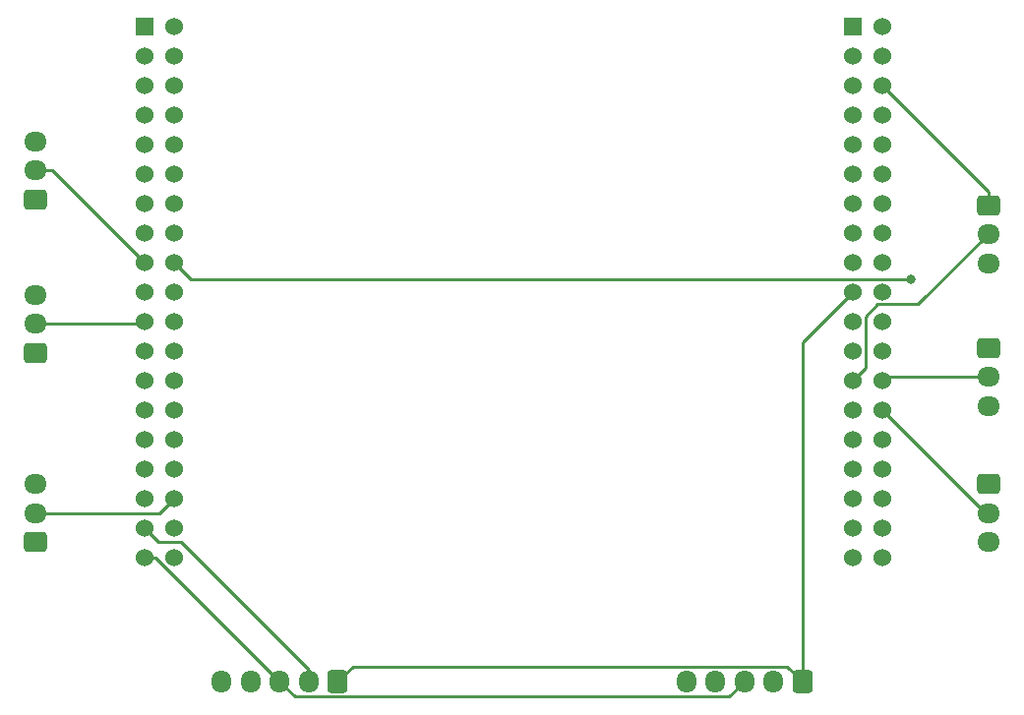
<source format=gbr>
%TF.GenerationSoftware,KiCad,Pcbnew,8.0.0*%
%TF.CreationDate,2024-03-29T20:31:36+01:00*%
%TF.ProjectId,nucleo_expansion,6e75636c-656f-45f6-9578-70616e73696f,Cyril*%
%TF.SameCoordinates,Original*%
%TF.FileFunction,Copper,L1,Top*%
%TF.FilePolarity,Positive*%
%FSLAX46Y46*%
G04 Gerber Fmt 4.6, Leading zero omitted, Abs format (unit mm)*
G04 Created by KiCad (PCBNEW 8.0.0) date 2024-03-29 20:31:36*
%MOMM*%
%LPD*%
G01*
G04 APERTURE LIST*
G04 Aperture macros list*
%AMRoundRect*
0 Rectangle with rounded corners*
0 $1 Rounding radius*
0 $2 $3 $4 $5 $6 $7 $8 $9 X,Y pos of 4 corners*
0 Add a 4 corners polygon primitive as box body*
4,1,4,$2,$3,$4,$5,$6,$7,$8,$9,$2,$3,0*
0 Add four circle primitives for the rounded corners*
1,1,$1+$1,$2,$3*
1,1,$1+$1,$4,$5*
1,1,$1+$1,$6,$7*
1,1,$1+$1,$8,$9*
0 Add four rect primitives between the rounded corners*
20,1,$1+$1,$2,$3,$4,$5,0*
20,1,$1+$1,$4,$5,$6,$7,0*
20,1,$1+$1,$6,$7,$8,$9,0*
20,1,$1+$1,$8,$9,$2,$3,0*%
G04 Aperture macros list end*
%TA.AperFunction,ComponentPad*%
%ADD10RoundRect,0.250000X0.600000X0.725000X-0.600000X0.725000X-0.600000X-0.725000X0.600000X-0.725000X0*%
%TD*%
%TA.AperFunction,ComponentPad*%
%ADD11O,1.700000X1.950000*%
%TD*%
%TA.AperFunction,ComponentPad*%
%ADD12RoundRect,0.250000X0.725000X-0.600000X0.725000X0.600000X-0.725000X0.600000X-0.725000X-0.600000X0*%
%TD*%
%TA.AperFunction,ComponentPad*%
%ADD13O,1.950000X1.700000*%
%TD*%
%TA.AperFunction,ComponentPad*%
%ADD14RoundRect,0.250000X-0.725000X0.600000X-0.725000X-0.600000X0.725000X-0.600000X0.725000X0.600000X0*%
%TD*%
%TA.AperFunction,ComponentPad*%
%ADD15R,1.530000X1.530000*%
%TD*%
%TA.AperFunction,ComponentPad*%
%ADD16C,1.530000*%
%TD*%
%TA.AperFunction,ViaPad*%
%ADD17C,0.800000*%
%TD*%
%TA.AperFunction,Conductor*%
%ADD18C,0.250000*%
%TD*%
G04 APERTURE END LIST*
D10*
%TO.P,J1,1,Pin_1*%
%TO.N,SPI2_SCK*%
X156000000Y-133000000D03*
D11*
%TO.P,J1,2,Pin_2*%
%TO.N,SPI2_MISO*%
X153500000Y-133000000D03*
%TO.P,J1,3,Pin_3*%
%TO.N,SPI2_MOSI*%
X151000000Y-133000000D03*
%TO.P,J1,4,Pin_4*%
%TO.N,SPI2_CS1*%
X148500000Y-133000000D03*
%TO.P,J1,5,Pin_5*%
%TO.N,GND*%
X146000000Y-133000000D03*
%TD*%
D12*
%TO.P,J5,1,Pin_1*%
%TO.N,+5V*%
X90000000Y-104700000D03*
D13*
%TO.P,J5,2,Pin_2*%
%TO.N,PWM4{slash}2*%
X90000000Y-102200000D03*
%TO.P,J5,3,Pin_3*%
%TO.N,GND*%
X90000000Y-99700000D03*
%TD*%
D10*
%TO.P,J2,1,Pin_1*%
%TO.N,SPI2_SCK*%
X116000000Y-133000000D03*
D11*
%TO.P,J2,2,Pin_2*%
%TO.N,SPI2_MISO*%
X113500000Y-133000000D03*
%TO.P,J2,3,Pin_3*%
%TO.N,SPI2_MOSI*%
X111000000Y-133000000D03*
%TO.P,J2,4,Pin_4*%
%TO.N,SPI2_CS2*%
X108500000Y-133000000D03*
%TO.P,J2,5,Pin_5*%
%TO.N,GND*%
X106000000Y-133000000D03*
%TD*%
D14*
%TO.P,J8,1,Pin_1*%
%TO.N,+5V*%
X172000000Y-116000000D03*
D13*
%TO.P,J8,2,Pin_2*%
%TO.N,PWM8{slash}2N*%
X172000000Y-118500000D03*
%TO.P,J8,3,Pin_3*%
%TO.N,GND*%
X172000000Y-121000000D03*
%TD*%
D14*
%TO.P,J7,1,Pin_1*%
%TO.N,+5V*%
X172000000Y-104300000D03*
D13*
%TO.P,J7,2,Pin_2*%
%TO.N,PWM1{slash}3N*%
X172000000Y-106800000D03*
%TO.P,J7,3,Pin_3*%
%TO.N,GND*%
X172000000Y-109300000D03*
%TD*%
D12*
%TO.P,J6,1,Pin_1*%
%TO.N,+5V*%
X90000000Y-121000000D03*
D13*
%TO.P,J6,2,Pin_2*%
%TO.N,PWM1{slash}2N*%
X90000000Y-118500000D03*
%TO.P,J6,3,Pin_3*%
%TO.N,GND*%
X90000000Y-116000000D03*
%TD*%
D15*
%TO.P,U1,CN7_1,PC10*%
%TO.N,unconnected-(U1A-PC10-PadCN7_1)*%
X99350000Y-76590000D03*
D16*
%TO.P,U1,CN7_2,PC11*%
%TO.N,unconnected-(U1A-PC11-PadCN7_2)*%
X101890000Y-76590000D03*
%TO.P,U1,CN7_3,PC12*%
%TO.N,unconnected-(U1A-PC12-PadCN7_3)*%
X99350000Y-79130000D03*
%TO.P,U1,CN7_4,PD2*%
%TO.N,unconnected-(U1A-PD2-PadCN7_4)*%
X101890000Y-79130000D03*
%TO.P,U1,CN7_5,VDD*%
%TO.N,unconnected-(U1A-VDD-PadCN7_5)*%
X99350000Y-81670000D03*
%TO.P,U1,CN7_6,E5V*%
%TO.N,unconnected-(U1A-E5V-PadCN7_6)*%
X101890000Y-81670000D03*
%TO.P,U1,CN7_7,BOOT0*%
%TO.N,unconnected-(U1A-BOOT0-PadCN7_7)*%
X99350000Y-84210000D03*
%TO.P,U1,CN7_8,CN7_GND*%
%TO.N,GND*%
X101890000Y-84210000D03*
%TO.P,U1,CN7_9*%
%TO.N,N/C*%
X99350000Y-86750000D03*
%TO.P,U1,CN7_10*%
X101890000Y-86750000D03*
%TO.P,U1,CN7_11*%
X99350000Y-89290000D03*
%TO.P,U1,CN7_12,CN7_IOREF*%
%TO.N,unconnected-(U1A-CN7_IOREF-PadCN7_12)*%
X101890000Y-89290000D03*
%TO.P,U1,CN7_13,PA13*%
%TO.N,unconnected-(U1A-PA13-PadCN7_13)*%
X99350000Y-91830000D03*
%TO.P,U1,CN7_14,CN7_RESET*%
%TO.N,unconnected-(U1A-CN7_RESET-PadCN7_14)*%
X101890000Y-91830000D03*
%TO.P,U1,CN7_15,PA14*%
%TO.N,unconnected-(U1A-PA14-PadCN7_15)*%
X99350000Y-94370000D03*
%TO.P,U1,CN7_16,CN7_+3V3*%
%TO.N,unconnected-(U1A-CN7_+3V3-PadCN7_16)*%
X101890000Y-94370000D03*
%TO.P,U1,CN7_17,PA15*%
%TO.N,PWM2{slash}1*%
X99350000Y-96910000D03*
%TO.P,U1,CN7_18,CN7_+5V*%
%TO.N,+5V*%
X101890000Y-96910000D03*
%TO.P,U1,CN7_19,CN7_GND*%
%TO.N,GND*%
X99350000Y-99450000D03*
%TO.P,U1,CN7_20,CN7_GND*%
X101890000Y-99450000D03*
%TO.P,U1,CN7_21,PB7*%
%TO.N,PWM4{slash}2*%
X99350000Y-101990000D03*
%TO.P,U1,CN7_22,CN7_GND*%
%TO.N,GND*%
X101890000Y-101990000D03*
%TO.P,U1,CN7_23,PC13*%
%TO.N,unconnected-(U1A-PC13-PadCN7_23)*%
X99350000Y-104530000D03*
%TO.P,U1,CN7_24,CN7_VIN*%
%TO.N,unconnected-(U1A-CN7_VIN-PadCN7_24)*%
X101890000Y-104530000D03*
%TO.P,U1,CN7_25,PC14*%
%TO.N,unconnected-(U1A-PC14-PadCN7_25)*%
X99350000Y-107070000D03*
%TO.P,U1,CN7_26*%
%TO.N,N/C*%
X101890000Y-107070000D03*
%TO.P,U1,CN7_27,PC15*%
%TO.N,unconnected-(U1A-PC15-PadCN7_27)*%
X99350000Y-109610000D03*
%TO.P,U1,CN7_28,PA0*%
%TO.N,unconnected-(U1A-PA0-PadCN7_28)*%
X101890000Y-109610000D03*
%TO.P,U1,CN7_29,PH0*%
%TO.N,unconnected-(U1A-PH0-PadCN7_29)*%
X99350000Y-112150000D03*
%TO.P,U1,CN7_30,PA1*%
%TO.N,unconnected-(U1A-PA1-PadCN7_30)*%
X101890000Y-112150000D03*
%TO.P,U1,CN7_31,PH1*%
%TO.N,unconnected-(U1A-PH1-PadCN7_31)*%
X99350000Y-114690000D03*
%TO.P,U1,CN7_32,PA4*%
%TO.N,unconnected-(U1A-PA4-PadCN7_32)*%
X101890000Y-114690000D03*
%TO.P,U1,CN7_33,VBAT*%
%TO.N,unconnected-(U1A-VBAT-PadCN7_33)*%
X99350000Y-117230000D03*
%TO.P,U1,CN7_34,PB0*%
%TO.N,PWM1{slash}2N*%
X101890000Y-117230000D03*
%TO.P,U1,CN7_35,PC2*%
%TO.N,SPI2_MISO*%
X99350000Y-119770000D03*
%TO.P,U1,CN7_36,PC1/PB9*%
%TO.N,unconnected-(U1A-PC1{slash}PB9-PadCN7_36)*%
X101890000Y-119770000D03*
%TO.P,U1,CN7_37,PC3*%
%TO.N,SPI2_MOSI*%
X99350000Y-122310000D03*
%TO.P,U1,CN7_38,PC0/PB8*%
%TO.N,unconnected-(U1A-PC0{slash}PB8-PadCN7_38)*%
X101890000Y-122310000D03*
D15*
%TO.P,U1,CN10_1,PC9*%
%TO.N,unconnected-(U1B-PC9-PadCN10_1)*%
X160310000Y-76590000D03*
D16*
%TO.P,U1,CN10_2,PC8*%
%TO.N,unconnected-(U1B-PC8-PadCN10_2)*%
X162850000Y-76590000D03*
%TO.P,U1,CN10_3,PB8*%
%TO.N,unconnected-(U1B-PB8-PadCN10_3)*%
X160310000Y-79130000D03*
%TO.P,U1,CN10_4,PC6*%
%TO.N,unconnected-(U1B-PC6-PadCN10_4)*%
X162850000Y-79130000D03*
%TO.P,U1,CN10_5,PB9*%
%TO.N,SPI2_CS2*%
X160310000Y-81670000D03*
%TO.P,U1,CN10_6,PC5*%
%TO.N,UART3_RX*%
X162850000Y-81670000D03*
%TO.P,U1,CN10_7,AVDD*%
%TO.N,unconnected-(U1B-AVDD-PadCN10_7)*%
X160310000Y-84210000D03*
%TO.P,U1,CN10_8,U5V*%
%TO.N,unconnected-(U1B-U5V-PadCN10_8)*%
X162850000Y-84210000D03*
%TO.P,U1,CN10_9,CN10_GND*%
%TO.N,GND*%
X160310000Y-86750000D03*
%TO.P,U1,CN10_10*%
%TO.N,N/C*%
X162850000Y-86750000D03*
%TO.P,U1,CN10_11,PA5*%
%TO.N,unconnected-(U1B-PA5-PadCN10_11)*%
X160310000Y-89290000D03*
%TO.P,U1,CN10_12,PA12*%
%TO.N,unconnected-(U1B-PA12-PadCN10_12)*%
X162850000Y-89290000D03*
%TO.P,U1,CN10_13,PA6*%
%TO.N,unconnected-(U1B-PA6-PadCN10_13)*%
X160310000Y-91830000D03*
%TO.P,U1,CN10_14,PA11*%
%TO.N,unconnected-(U1B-PA11-PadCN10_14)*%
X162850000Y-91830000D03*
%TO.P,U1,CN10_15,PA7*%
%TO.N,unconnected-(U1B-PA7-PadCN10_15)*%
X160310000Y-94370000D03*
%TO.P,U1,CN10_16,PB12*%
%TO.N,SPI2_CS1*%
X162850000Y-94370000D03*
%TO.P,U1,CN10_17,PB6*%
%TO.N,unconnected-(U1B-PB6-PadCN10_17)*%
X160310000Y-96910000D03*
%TO.P,U1,CN10_18*%
%TO.N,N/C*%
X162850000Y-96910000D03*
%TO.P,U1,CN10_19,PC7*%
%TO.N,SPI2_SCK*%
X160310000Y-99450000D03*
%TO.P,U1,CN10_20,CN10_GND*%
%TO.N,GND*%
X162850000Y-99450000D03*
%TO.P,U1,CN10_21,PA9*%
%TO.N,unconnected-(U1B-PA9-PadCN10_21)*%
X160310000Y-101990000D03*
%TO.P,U1,CN10_22,PB2*%
%TO.N,unconnected-(U1B-PB2-PadCN10_22)*%
X162850000Y-101990000D03*
%TO.P,U1,CN10_23,PA8*%
%TO.N,unconnected-(U1B-PA8-PadCN10_23)*%
X160310000Y-104530000D03*
%TO.P,U1,CN10_24,PB1*%
%TO.N,unconnected-(U1B-PB1-PadCN10_24)*%
X162850000Y-104530000D03*
%TO.P,U1,CN10_25,PB10*%
%TO.N,UART3_TX*%
X160310000Y-107070000D03*
%TO.P,U1,CN10_26,PB15*%
%TO.N,PWM1{slash}3N*%
X162850000Y-107070000D03*
%TO.P,U1,CN10_27,PB4*%
%TO.N,unconnected-(U1B-PB4-PadCN10_27)*%
X160310000Y-109610000D03*
%TO.P,U1,CN10_28,PB14*%
%TO.N,PWM8{slash}2N*%
X162850000Y-109610000D03*
%TO.P,U1,CN10_29,PB5*%
%TO.N,unconnected-(U1B-PB5-PadCN10_29)*%
X160310000Y-112150000D03*
%TO.P,U1,CN10_30,PB13*%
%TO.N,unconnected-(U1B-PB13-PadCN10_30)*%
X162850000Y-112150000D03*
%TO.P,U1,CN10_31,PB3*%
%TO.N,unconnected-(U1B-PB3-PadCN10_31)*%
X160310000Y-114690000D03*
%TO.P,U1,CN10_32,AGND*%
%TO.N,GND*%
X162850000Y-114690000D03*
%TO.P,U1,CN10_33,PA10*%
%TO.N,unconnected-(U1B-PA10-PadCN10_33)*%
X160310000Y-117230000D03*
%TO.P,U1,CN10_34,PC4*%
%TO.N,unconnected-(U1B-PC4-PadCN10_34)*%
X162850000Y-117230000D03*
%TO.P,U1,CN10_35,PA2*%
%TO.N,unconnected-(U1B-PA2-PadCN10_35)*%
X160310000Y-119770000D03*
%TO.P,U1,CN10_36*%
%TO.N,N/C*%
X162850000Y-119770000D03*
%TO.P,U1,CN10_37,PA3*%
%TO.N,unconnected-(U1B-PA3-PadCN10_37)*%
X160310000Y-122310000D03*
%TO.P,U1,CN10_38*%
%TO.N,N/C*%
X162850000Y-122310000D03*
%TD*%
D14*
%TO.P,J3,1,Pin_1*%
%TO.N,UART3_RX*%
X172000000Y-92000000D03*
D13*
%TO.P,J3,2,Pin_2*%
%TO.N,UART3_TX*%
X172000000Y-94500000D03*
%TO.P,J3,3,Pin_3*%
%TO.N,GND*%
X172000000Y-97000000D03*
%TD*%
D12*
%TO.P,J4,1,Pin_1*%
%TO.N,+5V*%
X90000000Y-91500000D03*
D13*
%TO.P,J4,2,Pin_2*%
%TO.N,PWM2{slash}1*%
X90000000Y-89000000D03*
%TO.P,J4,3,Pin_3*%
%TO.N,GND*%
X90000000Y-86500000D03*
%TD*%
D17*
%TO.N,+5V*%
X165290000Y-98360000D03*
%TD*%
D18*
%TO.N,SPI2_SCK*%
X156000000Y-103760000D02*
X160310000Y-99450000D01*
X156000000Y-133000000D02*
X156000000Y-103760000D01*
X154700000Y-131700000D02*
X156000000Y-133000000D01*
X117300000Y-131700000D02*
X154700000Y-131700000D01*
X116000000Y-133000000D02*
X117300000Y-131700000D01*
%TO.N,SPI2_MISO*%
X100580000Y-121000000D02*
X99350000Y-119770000D01*
X113500000Y-132025000D02*
X102475000Y-121000000D01*
X102475000Y-121000000D02*
X100580000Y-121000000D01*
X113500000Y-133000000D02*
X113500000Y-132025000D01*
%TO.N,SPI2_MOSI*%
X149700000Y-134300000D02*
X151000000Y-133000000D01*
X112300000Y-134300000D02*
X149700000Y-134300000D01*
X111000000Y-133000000D02*
X100310000Y-122310000D01*
X111000000Y-133000000D02*
X112300000Y-134300000D01*
X100310000Y-122310000D02*
X99350000Y-122310000D01*
%TO.N,UART3_RX*%
X172000000Y-90820000D02*
X162850000Y-81670000D01*
X172000000Y-92000000D02*
X172000000Y-90820000D01*
%TO.N,UART3_TX*%
X161400000Y-101600000D02*
X161400000Y-105980000D01*
X165960000Y-100540000D02*
X162460000Y-100540000D01*
X161400000Y-105980000D02*
X160310000Y-107070000D01*
X162460000Y-100540000D02*
X161400000Y-101600000D01*
X172000000Y-94500000D02*
X165960000Y-100540000D01*
%TO.N,+5V*%
X103340000Y-98360000D02*
X101890000Y-96910000D01*
X165290000Y-98360000D02*
X103340000Y-98360000D01*
%TO.N,PWM2{slash}1*%
X91440000Y-89000000D02*
X99350000Y-96910000D01*
X90000000Y-89000000D02*
X91440000Y-89000000D01*
%TO.N,PWM4{slash}2*%
X90000000Y-102200000D02*
X99140000Y-102200000D01*
X99140000Y-102200000D02*
X99350000Y-101990000D01*
%TO.N,PWM1{slash}2N*%
X90000000Y-118500000D02*
X100620000Y-118500000D01*
X100620000Y-118500000D02*
X101890000Y-117230000D01*
%TO.N,PWM1{slash}3N*%
X172000000Y-106800000D02*
X163120000Y-106800000D01*
X163120000Y-106800000D02*
X162850000Y-107070000D01*
%TO.N,PWM8{slash}2N*%
X171740000Y-118500000D02*
X162850000Y-109610000D01*
X172000000Y-118500000D02*
X171740000Y-118500000D01*
%TD*%
M02*

</source>
